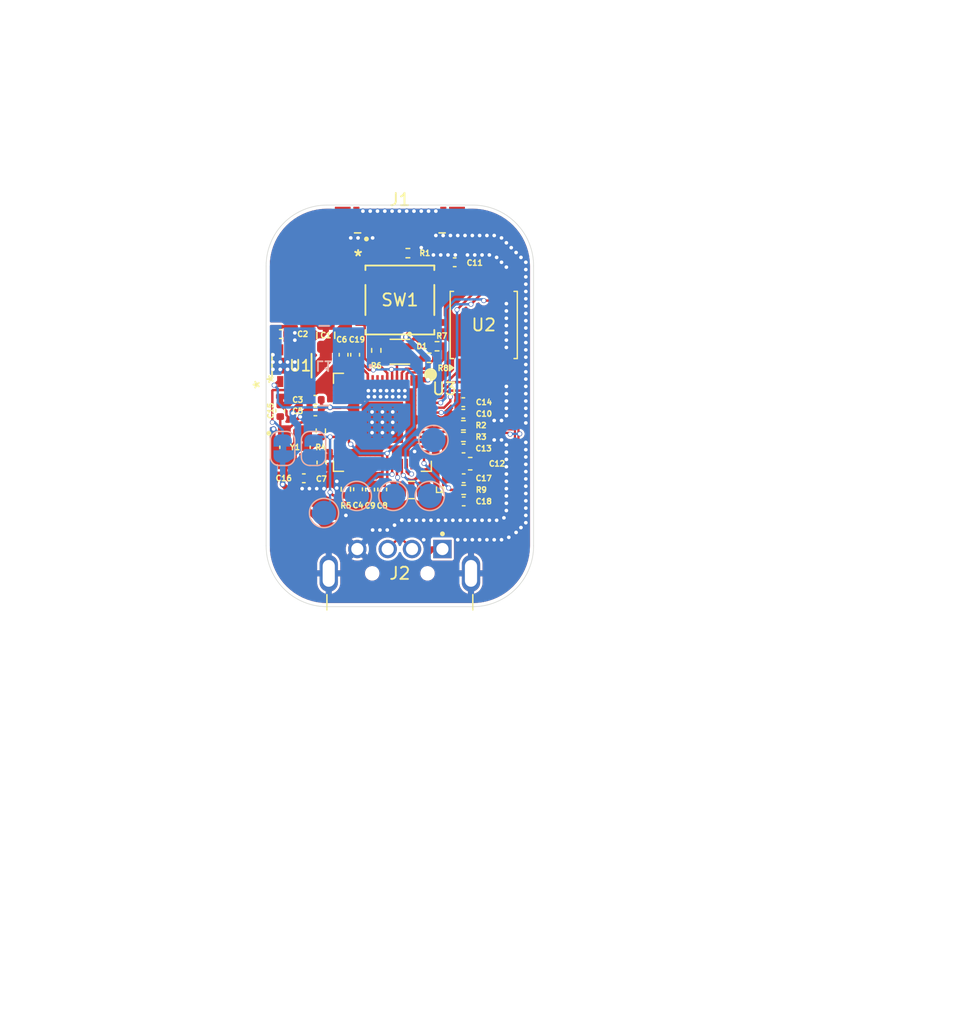
<source format=kicad_pcb>
(kicad_pcb (version 20241229) (generator "pcbnew") (generator_version "9.0")
  (title_block (title "Homemade FIDO Key") (date "2025-07-30") (rev "v2"))
  (layers (0 "F.Cu" signal) (2 "B.Cu" signal) (13 "F.Paste" user) (15 "B.Paste" user) (5 "F.SilkS" user "F.Silkscreen") (7 "B.SilkS" user "B.Silkscreen") (1 "F.Mask" user) (3 "B.Mask" user) (25 "Edge.Cuts" user))
  (net 0 "")
  (net 1 "VBUS")
  (net 2 "GND")
  (net 3 "Net-(U1-SW)")
  (net 4 "Net-(U1-BST)")
  (net 5 "+3.3V")
  (net 6 "/XIN")
  (net 7 "Net-(C16-Pad2)")
  (net 8 "/VREG_AVDD")
  (net 9 "+1V1")
  (net 10 "Net-(D1-Pad1)")
  (net 11 "Net-(D1-Pad4)")
  (net 12 "Net-(D1-Pad2)")
  (net 16 "/USB_D-")
  (net 18 "Net-(J1-CC1)")
  (net 19 "/USB_D+")
  (net 20 "Net-(JP1-B)")
  (net 21 "/VREG_LX")
  (net 22 "/LUSB_D+")
  (net 23 "/LUSB_D-")
  (net 24 "/XOUT")
  (net 25 "Net-(JP2-B)")
  (net 26 "Net-(U3-GPIO26_ADC0)")
  (net 27 "Net-(U3-GPIO27_ADC1)")
  (net 28 "Net-(U3-GPIO28_ADC2)")
  (net 29 "Net-(U3-GPIO29_ADC3)")
  (net 30 "/QSPI_SS")
  (net 31 "/QSPI_SD3")
  (net 32 "/QSPI_SD2")
  (net 33 "/QSPI_SD1")
  (net 34 "/QSPI_SCLK")
  (net 35 "/QSPI_SD0")
  (net 56 "Net-(U3-GPIO1)")
  (net 57 "Net-(U3-GPIO2)")
  (net 58 "Net-(U3-GPIO3)")
  (net 63 "Net-(U3-GPIO4)")
  (footprint "Resistor_SMD:R_0402_1005Metric" (layer "F.Cu") (at 96.25 103.4 180)
    (property "Reference" "R9")
    (property "Value" "33")
  )
  (footprint "UP20_C_F_G_FL_1_P12_TR:SAMESKY_UP20-C-F-G-FL-1-P12-TR" (layer "F.Cu") (at 91 81.1875 180)
    (property "Reference" "J1")
    (property "Value" "UP20-C-F-G-FL-1-P12-TR")
  )
  (footprint "Capacitor_SMD:C_0402_1005Metric" (layer "F.Cu") (at 87.32 92.3 -90)
    (property "Reference" "C19")
    (property "Value" "4.7u")
  )
  (footprint "Resistor_SMD:R_0402_1005Metric" (layer "F.Cu") (at 93.41 92.55 180)
    (property "Reference" "R8")
    (property "Value" "33")
  )
  (footprint "PTS526_SM15_SMTR2_LFS:SON4_PTS526 SM15 SMTR2 LFS_CNK" (layer "F.Cu") (at 91 87.8)
    (property "Reference" "SW1")
    (property "Value" "SW_Push")
  )
  (footprint "Resistor_SMD:R_0402_1005Metric" (layer "F.Cu") (at 86.56 103.35 -90)
    (property "Reference" "R5")
    (property "Value" "10k")
  )
  (footprint "Capacitor_SMD:C_0402_1005Metric" (layer "F.Cu") (at 96.2175 96.2 180)
    (property "Reference" "C14")
    (property "Value" "100n")
  )
  (footprint "Capacitor_SMD:C_0402_1005Metric" (layer "F.Cu") (at 86.37 92.3 -90)
    (property "Reference" "C6")
    (property "Value" "100n")
  )
  (footprint "Resistor_SMD:R_0402_1005Metric" (layer "F.Cu") (at 96.2275 98.1 180)
    (property "Reference" "R2")
    (property "Value" "27")
  )
  (footprint "Capacitor_SMD:C_0402_1005Metric" (layer "F.Cu") (at 88.55 103.38 90)
    (property "Reference" "C9")
    (property "Value" "100n")
  )
  (footprint "Resistor_SMD:R_0402_1005Metric" (layer "F.Cu") (at 89.06 91.94 90)
    (property "Reference" "R6")
    (property "Value" "147")
  )
  (footprint "Inductor_SMD:L_0805_2012Metric_Pad1.15x1.40mm_HandSolder" (layer "F.Cu") (at 91.95 103.41)
    (property "Reference" "L2")
    (property "Value" "AOTA-B201610S3R3-101-T")
  )
  (footprint "Capacitor_SMD:C_0402_1005Metric" (layer "F.Cu") (at 96.2375 100 180)
    (property "Reference" "C13")
    (property "Value" "4.7u")
  )
  (footprint "B38G3RGB_10D0003H2U1930:LED_B38G3RGB-10D0003H2U1930" (layer "F.Cu") (at 91 92.05 -90)
    (property "Reference" "D1")
    (property "Value" "B38G3RGB-10D0003H2U1930")
  )
  (footprint "Capacitor_SMD:C_0402_1005Metric" (layer "F.Cu") (at 96.25 102.45 180)
    (property "Reference" "C17")
    (property "Value" "4.7u")
  )
  (footprint "Capacitor_SMD:C_0402_1005Metric" (layer "F.Cu") (at 84.05 96.95)
    (property "Reference" "C5")
    (property "Value" "100n")
  )
  (footprint "RP2350_KiCad:RP2350A_QFN-60_EP_7.75x7.75_Pitch0.4mm" (layer "F.Cu") (at 89.5625 97.85 -90)
    (property "Reference" "U3")
    (property "Value" "RP2350A-QFN60")
  )
  (footprint "Capacitor_SMD:C_0603_1608Metric" (layer "F.Cu") (at 96.7875 101.25 180)
    (property "Reference" "C12")
    (property "Value" "22u")
  )
  (footprint "Capacitor_SMD:C_0402_1005Metric" (layer "F.Cu") (at 89.55 103.37 90)
    (property "Reference" "C8")
    (property "Value" "100n")
  )
  (footprint "Capacitor_SMD:C_0402_1005Metric" (layer "F.Cu") (at 81.16 96.9 -90)
    (property "Reference" "C15")
    (property "Value" "18p")
  )
  (footprint "Resistor_SMD:R_0402_1005Metric" (layer "F.Cu") (at 94.06 91.6 180)
    (property "Reference" "R7")
    (property "Value" "33")
  )
  (footprint "Capacitor_SMD:C_0402_1005Metric" (layer "F.Cu") (at 81.21 90.6)
    (property "Reference" "C2")
    (property "Value" "100n")
  )
  (footprint "Capacitor_SMD:C_0402_1005Metric" (layer "F.Cu") (at 84.05 96)
    (property "Reference" "C3")
    (property "Value" "1u")
  )
  (footprint "AP63203WU_7:AP63203WU-7_DIO" (layer "F.Cu") (at 82.109999 93.19825 90)
    (property "Reference" "U1")
    (property "Value" "AP63203WU-7")
  )
  (footprint "Resistor_SMD:R_0402_1005Metric" (layer "F.Cu") (at 91.66 83.95 180)
    (property "Reference" "R1")
    (property "Value" "5.1k")
  )
  (footprint "Capacitor_SMD:C_0402_1005Metric" (layer "F.Cu") (at 84.55 101.15 90)
    (property "Reference" "C7")
    (property "Value" "100n")
  )
  (footprint "Package_SO:SOIC-8_5.3x5.3mm_P1.27mm" (layer "F.Cu") (at 97.9 89.85 90)
    (property "Reference" "U2")
    (property "Value" "W25Q16JVSS")
  )
  (footprint "Capacitor_SMD:C_0402_1005Metric" (layer "F.Cu") (at 96.2175 97.15 180)
    (property "Reference" "C10")
    (property "Value" "100n")
  )
  (footprint "Capacitor_SMD:C_0402_1005Metric" (layer "F.Cu") (at 95.51 84.7)
    (property "Reference" "C11")
    (property "Value" "100n")
  )
  (footprint "Resistor_SMD:R_0402_1005Metric" (layer "F.Cu") (at 96.2275 99.05 180)
    (property "Reference" "R3")
    (property "Value" "27")
  )
  (footprint "Resistor_SMD:R_0402_1005Metric" (layer "F.Cu") (at 84.5 98.55 90)
    (property "Reference" "R4")
    (property "Value" "1k")
  )
  (footprint "Capacitor_SMD:C_0402_1005Metric" (layer "F.Cu") (at 96.25 104.35 180)
    (property "Reference" "C18")
    (property "Value" "4.7u")
  )
  (footprint "Capacitor_SMD:C_0402_1005Metric" (layer "F.Cu") (at 83.1 102.45)
    (property "Reference" "C16")
    (property "Value" "18p")
  )
  (footprint "Capacitor_SMD:C_0805_2012Metric" (layer "F.Cu") (at 84.91 90.7 -90)
    (property "Reference" "C1")
    (property "Value" "10u")
  )
  (footprint "ABM8_272_T3:XTAL_ABM8-272-T3" (layer "F.Cu") (at 82.375 99.9)
    (property "Reference" "Y1")
    (property "Value" "ABM8-272-T3")
  )
  (footprint "Capacitor_SMD:C_0402_1005Metric" (layer "F.Cu") (at 87.56 103.35 90)
    (property "Reference" "C4")
    (property "Value" "100n")
  )
  (footprint "UP2_AH_1_TH:CUI_UP2-AH-1-TH" (layer "F.Cu") (at 91 110.2625)
    (property "Reference" "J2")
    (property "Value" "UP2-AH-1-TH")
  )
  (footprint "HPC6045NC-4R7M:IND_HPC6045NC_TTA" (layer "B.Cu") (at 84.7756 93.2 180)
    (property "Reference" "L1")
    (property "Value" "4.7u")
  )
  (footprint "TestPoint:TestPoint_Pad_D2.0mm" (layer "B.Cu") (at 87.46 103.9)
    (property "Reference" "TP2" (hide yes))
    (property "Value" "TestPoint")
  )
  (footprint "TestPoint:TestPoint_Pad_D2.0mm" (layer "B.Cu") (at 93.76 99.3)
    (property "Reference" "TP5" (hide yes))
    (property "Value" "TestPoint")
  )
  (footprint "TestPoint:TestPoint_Pad_D2.0mm" (layer "B.Cu") (at 84.76 105.3)
    (property "Reference" "TP1" (hide yes))
    (property "Value" "TestPoint")
  )
  (footprint "TestPoint:TestPoint_Pad_D2.0mm" (layer "B.Cu") (at 90.46 103.9)
    (property "Reference" "TP3" (hide yes))
    (property "Value" "TestPoint")
  )
  (footprint "Jumper:SolderJumper-2_P1.3mm_Bridged_RoundedPad1.0x1.5mm" (layer "B.Cu") (at 81.36 100 90)
    (property "Reference" "JP1" (hide yes))
    (property "Value" "SolderJumper_2_Bridged")
  )
  (footprint "TestPoint:TestPoint_Pad_D2.0mm" (layer "B.Cu") (at 93.46 103.9)
    (property "Reference" "TP4" (hide yes))
    (property "Value" "TestPoint")
  )
  (footprint "Jumper:SolderJumper-2_P1.3mm_Open_RoundedPad1.0x1.5mm" (layer "B.Cu") (at 83.9 100 90)
    (property "Reference" "JP2" (hide yes))
    (property "Value" "SolderJumper_2_Open")
  )
  (gr_arc (start 80 85) (mid 81.464466 81.464466) (end 85 80) (stroke (width 0.05)) (layer "Edge.Cuts"))
  (gr_arc (start 85 113) (mid 81.464466 111.535534) (end 80 108) (stroke (width 0.05)) (layer "Edge.Cuts"))
  (gr_arc (start 102 108) (mid 100.535534 111.535534) (end 97 113) (stroke (width 0.05)) (layer "Edge.Cuts"))
  (gr_line (start 80 85) (end 80 108) (stroke (width 0.05)) (layer "Edge.Cuts"))
  (gr_line (start 102 108) (end 102 85) (stroke (width 0.05)) (layer "Edge.Cuts"))
  (gr_line (start 97 113) (end 85 113) (stroke (width 0.05)) (layer "Edge.Cuts"))
  (gr_line (start 85 80) (end 97 80) (stroke (width 0.05)) (layer "Edge.Cuts"))
  (gr_arc (start 97 80) (mid 100.535534 81.464466) (end 102 85) (stroke (width 0.05)) (layer "Edge.Cuts"))
  (segment (start 92.431273 109.5) (end 93.668773 108.2625) (width 0.45) (layer "F.Cu") (net 1))
  (segment (start 82.739999 96.455413) (end 82.739999 94.820001) (width 0.55) (layer "F.Cu") (net 1))
  (segment (start 88.81 108.741273) (end 89.568727 109.5) (width 0.45) (layer "F.Cu") (net 1))
  (segment (start 91.75 81.6375) (end 91.75 82.41) (width 0.3) (layer "F.Cu") (net 1))
  (segment (start 82.202706 96.992706) (end 82.739999 96.455413) (width 0.55) (layer "F.Cu") (net 1))
  (segment (start 82.202706 97.1004) (end 82.202706 96.992706) (width 0.55) (layer "F.Cu") (net 1))
  (segment (start 86.56 84.6) (end 86.56 90.035424) (width 1) (layer "F.Cu") (net 1))
  (segment (start 91.75 82.4885) (end 91.3385 82.9) (width 0.5) (layer "F.Cu") (net 1))
  (segment (start 84.71 106.3) (end 87.21 106.3) (width 0.45) (layer "F.Cu") (net 1))
  (segment (start 84.91 92.65) (end 83.06 94.5) (width 1) (layer "F.Cu") (net 1))
  (segment (start 87.46 83.7) (end 86.56 84.6) (width 1) (layer "F.Cu") (net 1))
  (segment (start 89.75 81.6375) (end 89.75 82.44) (width 0.3) (layer "F.Cu") (net 1))
  (segment (start 86.56 90.035424) (end 84.945424 91.65) (width 1) (layer "F.Cu") (net 1))
  (segment (start 90.21 82.9) (end 89.41 83.7) (width 1) (layer "F.Cu") (net 1))
  (segment (start 91.3385 82.9) (end 90.21 82.9) (width 0.5) (layer "F.Cu") (net 1))
  (segment (start 93.668773 108.2625) (end 94.5 108.2625) (width 0.45) (layer "F.Cu") (net 1))
  (segment (start 89.75 82.44) (end 90.21 82.9) (width 0.5) (layer "F.Cu") (net 1))
  (segment (start 89.568727 109.5) (end 92.431273 109.5) (width 0.45) (layer "F.Cu") (net 1))
  (segment (start 87.21 106.3) (end 88.81 107.9) (width 0.45) (layer "F.Cu") (net 1))
  (segment (start 82.739999 94.820001) (end 83.06 94.5) (width 0.55) (layer "F.Cu") (net 1))
  (segment (start 88.81 107.9) (end 88.81 108.741273) (width 0.45) (layer "F.Cu") (net 1))
  (segment (start 89.41 83.7) (end 87.46 83.7) (width 1) (layer "F.Cu") (net 1))
  (segment (start 84.945424 91.65) (end 84.91 91.65) (width 1) (layer "F.Cu") (net 1))
  (segment (start 81.36 102.95) (end 84.71 106.3) (width 0.45) (layer "F.Cu") (net 1))
  (segment (start 84.91 91.65) (end 84.91 92.65) (width 1) (layer "F.Cu") (net 1))
  (via (at 82.202706 97.1004) (size 0.55) (drill 0.3) (layers "F.Cu" "B.Cu") (net 1))
  (via (at 81.36 102.95) (size 0.45) (drill 0.3) (layers "F.Cu" "B.Cu") (net 1))
  (segment (start 82.01 100.65) (end 81.36 100.65) (width 0.55) (layer "B.Cu") (net 1))
  (segment (start 82.61 100.05) (end 82.01 100.65) (width 0.55) (layer "B.Cu") (net 1))
  (segment (start 82.61 98.1) (end 82.61 100.05) (width 0.55) (layer "B.Cu") (net 1))
  (segment (start 81.36 102.95) (end 81.36 100.65) (width 0.45) (layer "B.Cu") (net 1))
  (segment (start 82.202706 97.692706) (end 82.202706 97.1004) (width 0.55) (layer "B.Cu") (net 1))
  (segment (start 82.61 98.1) (end 82.202706 97.692706) (width 0.55) (layer "B.Cu") (net 1))
  (segment (start 81.671 97.261) (end 81.671 96.931) (width 0.2) (layer "F.Cu") (net 2))
  (segment (start 82.81 97.4) (end 82.6336 97.5764) (width 0.2) (layer "F.Cu") (net 2))
  (segment (start 93 100.25) (end 92.21 100.25) (width 0.2) (layer "F.Cu") (net 2))
  (segment (start 81.671 96.931) (end 81.16 96.42) (width 0.2) (layer "F.Cu") (net 2))
  (segment (start 86.34 91.82) (end 85.91 92.25) (width 0.3) (layer "F.Cu") (net 2))
  (segment (start 86.37 91.82) (end 86.34 91.82) (width 0.3) (layer "F.Cu") (net 2))
  (segment (start 82.6336 97.5764) (end 81.9864 97.5764) (width 0.2) (layer "F.Cu") (net 2))
  (segment (start 87.32 91.82) (end 86.37 91.82) (width 0.3) (layer "F.Cu") (net 2))
  (segment (start 81.9864 97.5764) (end 81.671 97.261) (width 0.2) (layer "F.Cu") (net 2))
  (via (at 101.36 99.5) (size 0.45) (drill 0.3) (layers "F.Cu" "B.Cu") (net 2))
  (via (at 92.76 83.5) (size 0.45) (drill 0.3) (layers "F.Cu" "B.Cu") (net 2))
  (via (at 98.96 105.9) (size 0.45) (drill 0.3) (layers "F.Cu" "B.Cu") (net 2))
  (via (at 99.76 97.3) (size 0.45) (drill 0.3) (layers "F.Cu" "B.Cu") (net 2))
  (via (at 101.36 89.5) (size 0.45) (drill 0.3) (layers "F.Cu" "B.Cu") (net 2))
  (via (at 96.36 82.5) (size 0.45) (drill 0.3) (layers "F.Cu" "B.Cu") (net 2))
  (via (at 82.96 103.3) (size 0.45) (drill 0.3) (layers "F.Cu" "B.Cu") (net 2))
  (via (at 82.81 97.4) (size 0.4) (drill 0.3) (layers "F.Cu" "B.Cu") (net 2))
  (via (at 95.16 82.5) (size 0.45) (drill 0.3) (layers "F.Cu" "B.Cu") (net 2))
  (via (at 94.76 105.9) (size 0.45) (drill 0.3) (layers "F.Cu" "B.Cu") (net 2))
  (via (at 99.36 82.7) (size 0.45) (drill 0.3) (layers "F.Cu" "B.Cu") (net 2))
  (via (at 85.81 102.7) (size 0.45) (drill 0.3) (layers "F.Cu" "B.Cu") (net 2))
  (via (at 94.36 84.1) (size 0.45) (drill 0.3) (layers "F.Cu" "B.Cu") (net 2))
  (via (at 92.76 80.5) (size 0.45) (drill 0.3) (layers "F.Cu" "B.Cu") (net 2))
  (via (at 99.76 95.5) (size 0.45) (drill 0.3) (layers "F.Cu" "B.Cu") (net 2))
  (via (at 99.76 96.1) (size 0.45) (drill 0.3) (layers "F.Cu" "B.Cu") (net 2))
  (via (at 101.36 91.3) (size 0.45) (drill 0.3) (layers "F.Cu" "B.Cu") (net 2))
  (via (at 90.56 106.3) (size 0.45) (drill 0.3) (layers "F.Cu" "B.Cu") (net 2))
  (via (at 84.76 103.3) (size 0.45) (drill 0.3) (layers "F.Cu" "B.Cu") (net 2))
  (via (at 100.96 106.5) (size 0.45) (drill 0.3) (layers "F.Cu" "B.Cu") (net 2))
  (via (at 95.56 84.1) (size 0.45) (drill 0.3) (layers "F.Cu" "B.Cu") (net 2))
  (via (at 98.16 107.5) (size 0.45) (drill 0.3) (layers "F.Cu" "B.Cu") (net 2))
  (via (at 101.36 102.5) (size 0.45) (drill 0.3) (layers "F.Cu" "B.Cu") (net 2))
  (via (at 89.96 106.7) (size 0.45) (drill 0.3) (layers "F.Cu" "B.Cu") (net 2))
  (via (at 101.36 94.9) (size 0.45) (drill 0.3) (layers "F.Cu" "B.Cu") (net 2))
  (via (at 101.36 90.7) (size 0.45) (drill 0.3) (layers "F.Cu" "B.Cu") (net 2))
  (via (at 101.36 103.1) (size 0.45) (drill 0.3) (layers "F.Cu" "B.Cu") (net 2))
  (via (at 97.16 105.9) (size 0.45) (drill 0.3) (layers "F.Cu" "B.Cu") (net 2))
  (via (at 101.36 88.3) (size 0.45) (drill 0.3) (layers "F.Cu" "B.Cu") (net 2))
  (via (at 99.56 105.7) (size 0.45) (drill 0.3) (layers "F.Cu" "B.Cu") (net 2))
  (via (at 99.76 88.7) (size 0.45) (drill 0.3) (layers "F.Cu" "B.Cu") (net 2))
  (via (at 101.36 104.9) (size 0.45) (drill 0.3) (layers "F.Cu" "B.Cu") (net 2))
  (via (at 101.36 84.7) (size 0.45) (drill 0.3) (layers "F.Cu" "B.Cu") (net 2))
  (via (at 80.61 98.4) (size 0.45) (drill 0.3) (layers "F.Cu" "B.Cu") (net 2))
  (via (at 98.96 84.3) (size 0.45) (drill 0.3) (layers "F.Cu" "B.Cu") (net 2))
  (via (at 101.36 87.1) (size 0.45) (drill 0.3) (layers "F.Cu" "B.Cu") (net 2))
  (via (at 99.36 99.3) (size 0.45) (drill 0.3) (layers "F.Cu" "B.Cu") (net 2))
  (via (at 89.76 80.5) (size 0.45) (drill 0.3) (layers "F.Cu" "B.Cu") (net 2))
  (via (at 101.36 94.3) (size 0.45) (drill 0.3) (layers "F.Cu" "B.Cu") (net 2))
  (via (at 99.76 103.9) (size 0.45) (drill 0.3) (layers "F.Cu" "B.Cu") (net 2))
  (via (at 98.16 82.5) (size 0.45) (drill 0.3) (layers "F.Cu" "B.Cu") (net 2))
  (via (at 100.96 84.3) (size 0.45) (drill 0.3) (layers "F.Cu" "B.Cu") (net 2))
  (via (at 89.16 80.5) (size 0.45) (drill 0.3) (layers "F.Cu" "B.Cu") (net 2))
  (via (at 99.76 100.9) (size 0.45) (drill 0.3) (layers "F.Cu" "B.Cu") (net 2))
  (via (at 83.56 103.3) (size 0.45) (drill 0.3) (layers "F.Cu" "B.Cu") (net 2))
  (via (at 97.56 82.5) (size 0.45) (drill 0.3) (layers "F.Cu" "B.Cu") (net 2))
  (via (at 99.76 102.1) (size 0.45) (drill 0.3) (layers "F.Cu" "B.Cu") (net 2))
  (via (at 92.21 100.25) (size 0.45) (drill 0.3) (layers "F.Cu" "B.Cu") (net 2))
  (via (at 96.36 107.5) (size 0.45) (drill 0.3) (layers "F.Cu" "B.Cu") (net 2))
  (via (at 101.36 90.1) (size 0.45) (drill 0.3) (layers "F.Cu" "B.Cu") (net 2))
  (via (at 96.56 84.1) (size 0.45) (drill 0.3) (layers "F.Cu" "B.Cu") (net 2))
  (via (at 93.56 105.9) (size 0.45) (drill 0.3) (layers "F.Cu" "B.Cu") (net 2))
  (via (at 88.76 106.7) (size 0.45) (drill 0.3) (layers "F.Cu" "B.Cu") (net 2))
  (via (at 89.36 106.7) (size 0.45) (drill 0.3) (layers "F.Cu" "B.Cu") (net 2))
  (via (at 93.76 84.1) (size 0.45) (drill 0.3) (layers "F.Cu" "B.Cu") (net 2))
  (via (at 90.36 80.5) (size 0.45) (drill 0.3) (layers "F.Cu" "B.Cu") (net 2))
  (via (at 98.36 105.9) (size 0.45) (drill 0.3) (layers "F.Cu" "B.Cu") (net 2))
  (via (at 98.36 84.1) (size 0.45) (drill 0.3) (layers "F.Cu" "B.Cu") (net 2))
  (via (at 101.36 103.7) (size 0.45) (drill 0.3) (layers "F.Cu" "B.Cu") (net 2))
  (via (at 91.16 105.9) (size 0.45) (drill 0.3) (layers "F.Cu" "B.Cu") (net 2))
  (via (at 101.36 88.9) (size 0.45) (drill 0.3) (layers "F.Cu" "B.Cu") (net 2))
  (via (at 93.96 80.5) (size 0.45) (drill 0.3) (layers "F.Cu" "B.Cu") (net 2))
  (via (at 99.76 90.5) (size 0.45) (drill 0.3) (layers "F.Cu" "B.Cu") (net 2))
  (via (at 99.76 105.1) (size 0.45) (drill 0.3) (layers "F.Cu" "B.Cu") (net 2))
  (via (at 99.76 104.5) (size 0.45) (drill 0.3) (layers "F.Cu" "B.Cu") (net 2))
  (via (at 99.36 97.7) (size 0.45) (drill 0.3) (layers "F.Cu" "B.Cu") (net 2))
  (via (at 97.16 84.1) (size 0.45) (drill 0.3) (layers "F.Cu" "B.Cu") (net 2))
  (via (at 101.36 96.1) (size 0.45) (drill 0.3) (layers "F.Cu" "B.Cu") (net 2))
  (via (at 99.76 89.3) (size 0.45) (drill 0.3) (layers "F.Cu" "B.Cu") (net 2))
  (via (at 90.96 80.5) (size 0.45) (drill 0.3) (layers "F.Cu" "B.Cu") (net 2))
  (via (at 99.76 91.1) (size 0.45) (drill 0.3) (layers "F.Cu" "B.Cu") (net 2))
  (via (at 101.36 96.7) (size 0.45) (drill 0.3) (layers "F.Cu" "B.Cu") (net 2))
  (via (at 101.36 97.3) (size 0.45) (drill 0.3) (layers "F.Cu" "B.Cu") (net 2))
  (via (at 98.76 99.3) (size 0.45) (drill 0.3) (layers "F.Cu" "B.Cu") (net 2))
  (via (at 93.36 80.5) (size 0.45) (drill 0.3) (layers "F.Cu" "B.Cu") (net 2))
  (via (at 93.96 82.5) (size 0.45) (drill 0.3) (layers "F.Cu" "B.Cu") (net 2))
  (via (at 97.76 84.1) (size 0.45) (drill 0.3) (layers "F.Cu" "B.Cu") (net 2))
  (via (at 92.16 80.5) (size 0.45) (drill 0.3) (layers "F.Cu" "B.Cu") (net 2))
  (via (at 101.36 86.5) (size 0.45) (drill 0.3) (layers "F.Cu" "B.Cu") (net 2))
  (via (at 87.56 82.7) (size 0.45) (drill 0.3) (layers "F.Cu" "B.Cu") (net 2))
  (via (at 87.96 80.5) (size 0.45) (drill 0.3) (layers "F.Cu" "B.Cu") (net 2))
  (via (at 95.36 105.9) (size 0.45) (drill 0.3) (layers "F.Cu" "B.Cu") (net 2))
  (via (at 99.76 100.3) (size 0.45) (drill 0.3) (layers "F.Cu" "B.Cu") (net 2))
  (via (at 98.76 107.5) (size 0.45) (drill 0.3) (layers "F.Cu" "B.Cu") (net 2))
  (via (at 95.96 105.9) (size 0.45) (drill 0.3) (layers "F.Cu" "B.Cu") (net 2))
  (via (at 99.76 88.1) (size 0.45) (drill 0.3) (layers "F.Cu" "B.Cu") (net 2))
  (via (at 101.36 93.7) (size 0.45) (drill 0.3) (layers "F.Cu" "B.Cu") (net 2))
  (via (at 99.96 107.3) (size 0.45) (drill 0.3) (layers "F.Cu" "B.Cu") (net 2))
  (via (at 98.76 82.5) (size 0.45) (drill 0.3) (layers "F.Cu" "B.Cu") (net 2))
  (via (at 101.36 91.9) (size 0.45) (drill 0.3) (layers "F.Cu" "B.Cu") (net 2))
  (via (at 99.76 94.9) (size 0.45) (drill 0.3) (layers "F.Cu" "B.Cu") (net 2))
  (via (at 99.36 84.7) (size 0.45) (drill 0.3) (layers "F.Cu" "B.Cu") (net 2))
  (via (at 101.36 92.5) (size 0.45) (drill 0.3) (layers "F.Cu" "B.Cu") (net 2))
  (via (at 99.76 91.7) (size 0.45) (drill 0.3) (layers "F.Cu" "B.Cu") (net 2))
  (via (at 101.36 105.5) (size 0.45) (drill 0.3) (layers "F.Cu" "B.Cu") (net 2))
  (via (at 88.56 80.5) (size 0.45) (drill 0.3) (layers "F.Cu" "B.Cu") (net 2))
  (via (at 99.76 101.5) (size 0.45) (drill 0.3) (layers "F.Cu" "B.Cu") (net 2))
  (via (at 100.16 83.5) (size 0.45) (drill 0.3) (layers "F.Cu" "B.Cu") (net 2))
  (via (at 99.76 83.1) (size 0.45) (drill 0.3) (layers "F.Cu" "B.Cu") (net 2))
  (via (at 92.36 105.9) (size 0.45) (drill 0.3) (layers "F.Cu" "B.Cu") (net 2))
  (via (at 95.76 107.5) (size 0.45) (drill 0.3) (layers "F.Cu" "B.Cu") (net 2))
  (via (at 99.76 103.3) (size 0.45) (drill 0.3) (layers "F.Cu" "B.Cu") (net 2))
  (via (at 94.56 82.5) (size 0.45) (drill 0.3) (layers "F.Cu" "B.Cu") (net 2))
  (via (at 101.36 93.1) (size 0.45) (drill 0.3) (layers "F.Cu" "B.Cu") (net 2))
  (via (at 101.36 87.7) (size 0.45) (drill 0.3) (layers "F.Cu" "B.Cu") (net 2))
  (via (at 101.36 85.3) (size 0.45) (drill 0.3) (layers "F.Cu" "B.Cu") (net 2))
  (via (at 101.36 106.1) (size 0.45) (drill 0.3) (layers "F.Cu" "B.Cu") (net 2))
  (via (at 95.76 82.5) (size 0.45) (drill 0.3) (layers "F.Cu" "B.Cu") (net 2))
  (via (at 100.56 106.9) (size 0.45) (drill 0.3) (layers "F.Cu" "B.Cu") (net 2))
  (via (at 101.36 100.7) (size 0.45) (drill 0.3) (layers "F.Cu" "B.Cu") (net 2))
  (via (at 101.36 104.3) (size 0.45) (drill 0.3) (layers "F.Cu" "B.Cu") (net 2))
  (via (at 94.96 84.1) (size 0.45) (drill 0.3) (layers "F.Cu" "B.Cu") (net 2))
  (via (at 86.56 105.5) (size 0.45) (drill 0.3) (layers "F.Cu" "B.Cu") (net 2))
  (via (at 99.76 85.1) (size 0.45) (drill 0.3) (layers "F.Cu" "B.Cu") (net 2))
  (via (at 91.76 105.9) (size 0.45) (drill 0.3) (layers "F.Cu" "B.Cu") (net 2))
  (via (at 100.56 83.9) (size 0.45) (drill 0.3) (layers "F.Cu" "B.Cu") (net 2))
  (via (at 94.16 105.9) (size 0.45) (drill 0.3) (layers "F.Cu" "B.Cu") (net 2))
  (via (at 86.96 82.7) (size 0.45) (drill 0.3) (layers "F.Cu" "B.Cu") (net 2))
  (via (at 101.36 101.3) (size 0.45) (drill 0.3) (layers "F.Cu" "B.Cu") (net 2))
  (via (at 101.36 101.9) (size 0.45) (drill 0.3) (layers "F.Cu" "B.Cu") (net 2))
  (via (at 101.36 100.1) (size 0.45) (drill 0.3) (layers "F.Cu" "B.Cu") (net 2))
  (via (at 101.36 85.9) (size 0.45) (drill 0.3) (layers "F.Cu" "B.Cu") (net 2))
  (via (at 98.76 97.7) (size 0.45) (drill 0.3) (layers "F.Cu" "B.Cu") (net 2))
  (via (at 99.76 99.7) (size 0.45) (drill 0.3) (layers "F.Cu" "B.Cu") (net 2))
  (via (at 99.76 102.7) (size 0.45) (drill 0.3) (layers "F.Cu" "B.Cu") (net 2))
  (via (at 99.76 96.7) (size 0.45) (drill 0.3) (layers "F.Cu" "B.Cu") (net 2))
  (via (at 96.56 105.9) (size 0.45) (drill 0.3) (layers "F.Cu" "B.Cu") (net 2))
  (via (at 92.96 107.5) (size 0.45) (drill 0.3) (layers "F.Cu" "B.Cu") (net 2))
  (via (at 97.76 105.9) (size 0.45) (drill 0.3) (layers "F.Cu" "B.Cu") (net 2))
  (via (at 99.76 89.9) (size 0.45) (drill 0.3) (layers "F.Cu" "B.Cu") (net 2))
  (via (at 91.56 80.5) (size 0.45) (drill 0.3) (layers "F.Cu" "B.Cu") (net 2))
  (via (at 99.36 107.5) (size 0.45) (drill 0.3) (layers "F.Cu" "B.Cu") (net 2))
  (via (at 101.36 95.5) (size 0.45) (drill 0.3) (layers "F.Cu" "B.Cu") (net 2))
  (via (at 97.56 107.5) (size 0.45) (drill 0.3) (layers "F.Cu" "B.Cu") (net 2))
  (via (at 101.36 97.9) (size 0.45) (drill 0.3) (layers "F.Cu" "B.Cu") (net 2))
  (via (at 85.81 103.25) (size 0.45) (drill 0.3) (layers "F.Cu" "B.Cu") (net 2))
  (via (at 96.96 107.5) (size 0.45) (drill 0.3) (layers "F.Cu" "B.Cu") (net 2))
  (via (at 96.96 82.5) (size 0.45) (drill 0.3) (layers "F.Cu" "B.Cu") (net 2))
  (via (at 88.76 82.7) (size 0.45) (drill 0.3) (layers "F.Cu" "B.Cu") (net 2))
  (via (at 92.96 105.9) (size 0.45) (drill 0.3) (layers "F.Cu" "B.Cu") (net 2))
  (via (at 84.16 103.3) (size 0.45) (drill 0.3) (layers "F.Cu" "B.Cu") (net 2))
  (via (at 82.36 91.1) (size 0.45) (drill 0.3) (layers "F.Cu" "B.Cu") (net 3))
  (via (at 82.36 92.9) (size 0.45) (drill 0.3) (layers "F.Cu" "B.Cu") (net 3))
  (via (at 82.36 90.5) (size 0.45) (drill 0.3) (layers "F.Cu" "B.Cu") (net 3))
  (via (at 82.36 93.5) (size 0.45) (drill 0.3) (layers "F.Cu" "B.Cu") (net 3))
  (via (at 81.16 92.9) (size 0.45) (drill 0.3) (layers "F.Cu" "B.Cu") (net 3))
  (via (at 81.16 93.5) (size 0.45) (drill 0.3) (layers "F.Cu" "B.Cu") (net 3))
  (via (at 80.56 93.5) (size 0.45) (drill 0.3) (layers "F.Cu" "B.Cu") (net 3))
  (via (at 80.56 92.3) (size 0.45) (drill 0.3) (layers "F.Cu" "B.Cu") (net 3))
  (via (at 81.76 93.5) (size 0.45) (drill 0.3) (layers "F.Cu" "B.Cu") (net 3))
  (via (at 80.56 92.9) (size 0.45) (drill 0.3) (layers "F.Cu" "B.Cu") (net 3))
  (via (at 81.76 92.9) (size 0.45) (drill 0.3) (layers "F.Cu" "B.Cu") (net 3))
  (segment (start 80.73 90.6) (end 80.73 91.466502) (width 0.3) (layer "F.Cu") (net 4))
  (segment (start 80.73 91.466502) (end 81.159998 91.8965) (width 0.3) (layer "F.Cu") (net 4))
  (segment (start 85.283637 96.65) (end 85.259037 96.6254) (width 0.2) (layer "F.Cu") (net 5))
  (segment (start 94.180349 89.649999) (end 94.180349 85.950001) (width 0.45) (layer "F.Cu") (net 5))
  (segment (start 84.83 96.65) (end 86.125 96.65) (width 0.2) (layer "F.Cu") (net 5))
  (segment (start 89.5625 101.9375) (end 89.5625 101.75) (width 0.2) (layer "F.Cu") (net 5))
  (segment (start 91.504 90.844) (end 90.96 91.388) (width 0.2) (layer "F.Cu") (net 5))
  (segment (start 95.995 84.705) (end 95.99 84.7) (width 0.45) (layer "F.Cu") (net 5))
  (segment (start 92.3625 94.4125) (end 92.3625 94.9475) (width 0.2) (layer "F.Cu") (net 5))
  (segment (start 86.125 100.65) (end 85.4 100.65) (width 0.2) (layer "F.Cu") (net 5))
  (segment (start 88.3625 93.878178) (end 88.3625 94.4125) (width 0.2) (layer "F.Cu") (net 5))
  (segment (start 95.77 101.4925) (end 96.0125 101.25) (width 0.2) (layer "F.Cu") (net 5))
  (segment (start 91.858586 100.55) (end 91.56 100.55) (width 0.2) (layer "F.Cu") (net 5))
  (segment (start 93 99.45) (end 93.56 99.45) (width 0.2) (layer "F.Cu") (net 5))
  (segment (start 91.9625 100.653914) (end 91.858586 100.55) (width 0.2) (layer "F.Cu") (net 5))
  (segment (start 95.995 86.2625) (end 95.995 84.705) (width 0.45) (layer "F.Cu") (net 5))
  (segment (start 90.96 91.89) (end 90.35 92.5) (width 0.2) (layer "F.Cu") (net 5))
  (segment (start 89.5625 101.9375) (end 89.25 102.25) (width 0.2) (layer "F.Cu") (net 5))
  (segment (start 95.77 102.45) (end 95.77 101.4925) (width 0.2) (layer "F.Cu") (net 5))
  (segment (start 91.504 90.844) (end 92.698001 89.649999) (width 0.45) (layer "F.Cu") (net 5))
  (segment (start 89.5625 101.2875) (end 89.5625 100.5625) (width 0.2) (layer "F.Cu") (net 5))
  (segment (start 92.3625 94.9475) (end 92.06 95.25) (width 0.2) (layer "F.Cu") (net 5))
  (segment (start 89.5625 101.2875) (end 89.5625 101.9375) (width 0.2) (layer "F.Cu") (net 5))
  (segment (start 96.76 103.4) (end 96.72 103.4) (width 0.2) (layer "F.Cu") (net 5))
  (segment (start 94.180349 85.950001) (end 95.682501 85.950001) (width 0.45) (layer "F.Cu") (net 5))
  (segment (start 86.851 93.261) (end 87.745322 93.261) (width 0.2) (layer "F.Cu") (net 5))
  (segment (start 86.125 96.65) (end 85.283637 96.65) (width 0.2) (layer "F.Cu") (net 5))
  (segment (start 92.698001 89.649999) (end 94.180349 89.649999) (width 0.45) (layer "F.Cu") (net 5))
  (segment (start 90.96 91.388) (end 90.96 91.89) (width 0.2) (layer "F.Cu") (net 5))
  (segment (start 95.7375 97.15) (end 95.7375 96.2) (width 0.3) (layer "F.Cu") (net 5))
  (segment (start 96.76 103.35) (end 96.67 103.35) (width 0.2) (layer "F.Cu") (net 5))
  (segment (start 87.745322 93.261) (end 88.3625 93.878178) (width 0.2) (layer "F.Cu") (net 5))
  (segment (start 90.35 92.5) (end 90.2 92.5) (width 0.2) (layer "F.Cu") (net 5))
  (segment (start 93.31 94.35) (end 92.425 94.35) (width 0.45) (layer "F.Cu") (net 5))
  (segment (start 95.7575 100) (end 95.7575 100.995) (width 0.2) (layer "F.Cu") (net 5))
  (segment (start 86.37 92.78) (end 86.851 93.261) (width 0.2) (layer "F.Cu") (net 5))
  (segment (start 93.56 99.45) (end 93.71 99.3) (width 0.2) (layer "F.Cu") (net 5))
  (segment (start 89.5625 100.5625) (end 89.25 100.25) (width 0.2) (layer "F.Cu") (net 5))
  (segment (start 81.159998 94.5) (end 80.96 94.5) (width 0.2) (layer "F.Cu") (net 5))
  (segment (start 80.96 94.5) (end 80.66 94.8) (width 0.2) (layer "F.Cu") (net 5))
  (segment (start 84.53 96.35) (end 84.83 96.65) (width 0.2) (layer "F.Cu") (net 5))
  (segment (start 92.425 94.35) (end 92.3625 94.4125) (width 0.2) (layer "F.Cu") (net 5))
  (segment (start 95.7575 100.995) (end 96.0125 101.25) (width 0.2) (layer "F.Cu") (net 5))
  (segment (start 93 99.45) (end 92.4 99.45) (width 0.2) (layer "F.Cu") (net 5))
  (segment (start 91.9625 101.2875) (end 91.9625 100.653914) (width 0.2) (layer "F.Cu") (net 5))
  (segment (start 84.53 96.95) (end 84.83 96.65) (width 0.2) (layer "F.Cu") (net 5))
  (segment (start 96.72 103.4) (end 95.77 102.45) (width 0.2) (layer "F.Cu") (net 5))
  (segment (start 95.682501 85.950001) (end 95.995 86.2625) (width 0.45) (layer "F.Cu") (net 5))
  (segment (start 84.53 96) (end 84.53 96.35) (width 0.2) (layer "F.Cu") (net 5))
  (segment (start 86.125 100.65) (end 86.76 100.65) (width 0.2) (layer "F.Cu") (net 5))
  (segment (start 86.76 100.65) (end 86.91 100.5) (width 0.2) (layer "F.Cu") (net 5))
  (via (at 91.41 95.75) (size 0.4) (drill 0.3) (layers "F.Cu" "B.Cu") (net 5))
  (via (at 90.41 95.75) (size 0.4) (drill 0.3) (layers "F.Cu" "B.Cu") (net 5))
  (via (at 89.91 95.75) (size 0.4) (drill 0.3) (layers "F.Cu" "B.Cu") (net 5))
  (via (at 88.41 95.75) (size 0.4) (drill 0.3) (layers "F.Cu" "B.Cu") (net 5))
  (via (at 88.41 95.25) (size 0.4) (drill 0.3) (layers "F.Cu" "B.Cu") (net 5))
  (via (at 88.91 95.25) (size 0.4) (drill 0.3) (layers "F.Cu" "B.Cu") (net 5))
  (via (at 93.31 94.35) (size 0.45) (drill 0.3) (layers "F.Cu" "B.Cu") (net 5))
  (via (at 80.66 94.8) (size 0.4) (drill 0.3) (layers "F.Cu" "B.Cu") (net 5))
  (via (at 88.91 95.75) (size 0.4) (drill 0.3) (layers "F.Cu" "B.Cu") (net 5))
  (via (at 91.41 95.25) (size 0.4) (drill 0.3) (layers "F.Cu" "B.Cu") (net 5))
  (via (at 85.259037 96.6254) (size 0.45) (drill 0.3) (layers "F.Cu" "B.Cu") (net 5))
  (via (at 91.504 90.844) (size 0.45) (drill 0.3) (layers "F.Cu" "B.Cu") (net 5))
  (via (at 90.41 95.25) (size 0.4) (drill 0.3) (layers "F.Cu" "B.Cu") (net 5))
  (via (at 90.91 95.75) (size 0.4) (drill 0.3) (layers "F.Cu" "B.Cu") (net 5))
  (via (at 90.91 95.25) (size 0.4) (drill 0.3) (layers "F.Cu" "B.Cu") (net 5))
  (via (at 89.41 95.25) (size 0.4) (drill 0.3) (layers "F.Cu" "B.Cu") (net 5))
  (via (at 89.41 95.75) (size 0.4) (drill 0.3) (layers "F.Cu" "B.Cu") (net 5))
  (via (at 89.91 95.25) (size 0.4) (drill 0.3) (layers "F.Cu" "B.Cu") (net 5))
  (segment (start 93.31 94.35) (end 93.31 92.65) (width 0.45) (layer "B.Cu") (net 5))
  (segment (start 88.41 96.007636) (end 88.41 95.75) (width 0.2) (layer "B.Cu") (net 5))
  (segment (start 80.66 94.8) (end 80.96 95.1) (width 0.2) (layer "B.Cu") (net 5))
  (segment (start 85.259037 96.6254) (end 85.184237 96.5506) (width 0.2) (layer "B.Cu") (net 5))
  (segment (start 93.31 92.65) (end 91.504 90.844) (width 0.45) (layer "B.Cu") (net 5))
  (segment (start 80.96 95.1) (end 80.96 96.238) (width 0.2) (layer "B.Cu") (net 5))
  (segment (start 85.259037 96.6254) (end 87.792236 96.6254) (width 0.2) (layer "B.Cu") (net 5))
  (segment (start 87.792236 96.6254) (end 88.41 96.007636) (width 0.2) (layer "B.Cu") (net 5))
  (segment (start 80.96 96.238) (end 81.3474 96.6254) (width 0.2) (layer "B.Cu") (net 5))
  (segment (start 81.3474 96.6254) (end 85.259037 96.6254) (width 0.2) (layer "B.Cu") (net 5))
  (segment (start 85.559822 97.05) (end 85.059822 97.55) (width 0.2) (layer "F.Cu") (net 6))
  (segment (start 82.873 97.887) (end 82.91 97.85) (width 0.2) (layer "F.Cu") (net 6))
  (segment (start 81.5 98.75) (end 82.2 98.05) (width 0.2) (layer "F.Cu") (net 6))
  (segment (start 81.16 98.41) (end 81.5 98.75) (width 0.2) (layer "F.Cu") (net 6))
  (segment (start 81.16 97.38) (end 81.16 98.41) (width 0.2) (layer "F.Cu") (net 6))
  (segment (start 84.109 97.55) (end 83.809 97.85) (width 0.2) (layer "F.Cu") (net 6))
  (segment (start 82.573 97.887) (end 82.873 97.887) (width 0.2) (layer "F.Cu") (net 6))
  (segment (start 82.41 98.05) (end 82.573 97.887) (width 0.2) (layer "F.Cu") (net 6))
  (segment (start 85.059822 97.55) (end 84.109 97.55) (width 0.2) (layer "F.Cu") (net 6))
  (segment (start 82.2 98.05) (end 82.41 98.05) (width 0.2) (layer "F.Cu") (net 6))
  (segment (start 86.125 97.05) (end 85.559822 97.05) (width 0.2) (layer "F.Cu") (net 6))
  (segment (start 83.809 97.85) (end 82.91 97.85) (width 0.2) (layer "F.Cu") (net 6))
  (segment (start 83.25 101.05) (end 84.5 99.8) (width 0.2) (layer "F.Cu") (net 7))
  (segment (start 84.5 99.8) (end 84.5 99.06) (width 0.2) (layer "F.Cu") (net 7))
  (segment (start 83.58 102.45) (end 83.58 101.38) (width 0.2) (layer "F.Cu") (net 7))
  (segment (start 83.58 101.38) (end 83.25 101.05) (width 0.2) (layer "F.Cu") (net 7))
  (segment (start 95.74 103.4) (end 95.16 103.4) (width 0.2) (layer "F.Cu") (net 8))
  (segment (start 95.74 103.4) (end 95.74 104.32) (width 0.2) (layer "F.Cu") (net 8))
  (segment (start 95.74 104.32) (end 95.77 104.35) (width 0.2) (layer "F.Cu") (net 8))
  (segment (start 92.985 100.665) (end 93 100.65) (width 0.2) (layer "F.Cu") (net 8))
  (segment (start 92.985 101.225) (end 92.985 100.665) (width 0.2) (layer "F.Cu") (net 8))
  (segment (start 95.16 103.4) (end 95.01 103.25) (width 0.2) (layer "F.Cu") (net 8))
  (via (at 95.01 103.25) (size 0.4) (drill 0.3) (layers "F.Cu" "B.Cu") (net 8))
  (via (at 92.985 101.225) (size 0.4) (drill 0.3) (layers "F.Cu" "B.Cu") (net 8))
  (segment (start 92.985 101.225) (end 95.01 103.25) (width 0.2) (layer "B.Cu") (net 8))
  (segment (start 89.9625 102.4475) (end 89.9625 101.2875) (width 0.2) (layer "F.Cu") (net 9))
  (segment (start 89.96 101.285) (end 89.9625 101.2875) (width 0.2) (layer "F.Cu") (net 9))
  (segment (start 90.925 103.41) (end 89.9625 102.4475) (width 0.2) (layer "F.Cu") (net 9))
  (segment (start 90.3625 93.5525) (end 90.31 93.5) (width 0.2) (layer "F.Cu") (net 9))
  (segment (start 86.81 99.5) (end 86.96 99.65) (width 0.2) (layer "F.Cu") (net 9))
  (segment (start 88.46 93.55) (end 87.69 92.78) (width 0.2) (layer "F.Cu") (net 9))
  (segment (start 86.81 97.9955) (end 86.81 99.5) (width 0.2) (layer "F.Cu") (net 9))
  (segment (start 90.3625 94.4125) (end 90.3625 93.5525) (width 0.2) (layer "F.Cu") (net 9))
  (segment (start 86.125 97.85) (end 86.6645 97.85) (width 0.2) (layer "F.Cu") (net 9))
  (segment (start 88.817568 93.55) (end 88.46 93.55) (width 0.2) (layer "F.Cu") (net 9))
  (segment (start 89.96 100.4) (end 89.96 101.285) (width 0.2) (layer "F.Cu") (net 9))
  (segment (start 87.69 92.78) (end 87.32 92.78) (width 0.2) (layer "F.Cu") (net 9))
  (segment (start 86.6645 97.85) (end 86.81 97.9955) (width 0.2) (layer "F.Cu") (net 9))
  (via (at 88.817568 93.55) (size 0.4) (drill 0.3) (layers "F.Cu" "B.Cu") (net 9))
  (via (at 89.96 100.4) (size 0.4) (drill 0.3) (layers "F.Cu" "B.Cu") (net 9))
  (via (at 90.31 93.5) (size 0.4) (drill 0.3) (layers "F.Cu" "B.Cu") (net 9))
  (via (at 86.96 99.65) (size 0.4) (drill 0.3) (layers "F.Cu" "B.Cu") (net 9))
  (segment (start 92.16 98.2) (end 89.96 100.4) (width 0.2) (layer "B.Cu") (net 9))
  (segment (start 90.31 93.5) (end 91.61 93.5) (width 0.2) (layer "B.Cu") (net 9))
  (segment (start 88.867568 93.5) (end 88.817568 93.55) (width 0.2) (layer "B.Cu") (net 9))
  (segment (start 90.31 93.5) (end 88.867568 93.5) (width 0.2) (layer "B.Cu") (net 9))
  (segment (start 91.61 93.5) (end 92.16 94.05) (width 0.2) (layer "B.Cu") (net 9))
  (segment (start 92.16 94.05) (end 92.16 98.2) (width 0.2) (layer "B.Cu") (net 9))
  (segment (start 89.96 100.4) (end 87.71 100.4) (width 0.2) (layer "B.Cu") (net 9))
  (segment (start 87.71 100.4) (end 86.96 99.65) (width 0.2) (layer "B.Cu") (net 9))
  (segment (start 93.55 91.6) (end 91.8 91.6) (width 0.2) (layer "F.Cu") (net 10))
  (segment (start 89.23 91.6) (end 89.06 91.43) (width 0.2) (layer "F.Cu") (net 11))
  (segment (start 90.2 91.6) (end 89.23 91.6) (width 0.2) (layer "F.Cu") (net 11))
  (segment (start 92.9 92.55) (end 91.85 92.55) (width 0.2) (layer "F.Cu") (net 12))
  (segment (start 91.85 92.55) (end 91.8 92.5) (width 0.2) (layer "F.Cu") (net 12))
  (segment (start 99.020023 83.205093) (end 100.754907 84.939977) (width 0.188214) (layer "F.Cu") (net 16))
  (segment (start 93.144907 82.492594) (end 93.144907 82.729977) (width 0.188214) (layer "F.Cu") (net 16))
  (segment (start 91.320023 106.894907) (end 91.144907 107.070023) (width 0.188214) (layer "F.Cu") (net 16))
  (segment (start 93.25 82.387501) (end 93.144907 82.492594) (width 0.188214) (layer "F.Cu") (net 16))
  (segment (start 91.144907 107.407407) (end 92 108.2625) (width 0.188214) (layer "F.Cu") (net 16))
  (segment (start 99.620023 106.894907) (end 91.320023 106.894907) (width 0.188214) (layer "F.Cu") (net 16))
  (segment (start 100.754907 105.760023) (end 99.620023 106.894907) (width 0.188214) (layer "F.Cu") (net 16))
  (segment (start 99.71 98.719907) (end 99.963493 98.719907) (width 0.188214) (layer "F.Cu") (net 16))
  (segment (start 97.217501 99.05) (end 97.547594 98.719907) (width 0.188214) (layer "F.Cu") (net 16))
  (segment (start 91.144907 107.070023) (end 91.144907 107.407407) (width 0.188214) (layer "F.Cu") (net 16))
  (segment (start 100.754907 84.939977) (end 100.754907 105.760023) (width 0.188214) (layer "F.Cu") (net 16))
  (segment (start 97.547594 98.719907) (end 99.71 98.719907) (width 0.188214) (layer "F.Cu") (net 16))
  (segment (start 96.7375 99.05) (end 97.217501 99.05) (width 0.188214) (layer "F.Cu") (net 16))
  (segment (start 93.25 81.6375) (end 93.25 82.387501) (width 0.188214) (layer "F.Cu") (net 16))
  (segment (start 99.963493 98.719907) (end 100.069386 98.8258) (width 0.188214) (layer "F.Cu") (net 16))
  (segment (start 93.620023 83.205093) (end 99.020023 83.205093) (width 0.188214) (layer "F.Cu") (net 16))
  (segment (start 93.144907 82.729977) (end 93.620023 83.205093) (width 0.188214) (layer "F.Cu") (net 16))
  (via (at 100.8608 98.8) (size 0.4) (drill 0.3) (layers "F.Cu" "B.Cu") (net 16))
  (via (at 100.069386 98.8258) (size 0.4) (drill 0.3) (layers "F.Cu" "B.Cu") (net 16))
  (segment (start 100.8608 98.8) (end 100.095186 98.8) (width 0.188214) (layer "B.Cu") (net 16))
  (segment (start 100.095186 98.8) (end 100.069386 98.8258) (width 0.188214) (layer "B.Cu") (net 16))
  (segment (start 92.25 81.6375) (end 92.25 83.87) (width 0.3) (layer "F.Cu") (net 18))
  (segment (start 92.25 83.87) (end 92.17 83.95) (width 0.3) (layer "F.Cu") (net 18))
  (segment (start 92.855093 82.492594) (end 92.855093 82.850023) (width 0.188214) (layer "F.Cu") (net 19))
  (segment (start 92.855093 82.850023) (end 93.499977 83.494907) (width 0.188214) (layer "F.Cu") (net 19))
  (segment (start 97.217501 98.1) (end 97.547594 98.430093) (width 0.188214) (layer "F.Cu") (net 19))
  (segment (start 93.499977 83.494907) (end 98.899977 83.494907) (width 0.188214) (layer "F.Cu") (net 19))
  (segment (start 100.465093 105.639977) (end 99.499977 106.605093) (width 0.188214) (layer "F.Cu") (net 19))
  (segment (start 100.445186 98.430093) (end 100.465093 98.45) (width 0.188214) (layer "F.Cu") (net 19))
  (segment (start 98.899977 83.494907) (end 100.465093 85.060023) (width 0.188214) (layer "F.Cu") (net 19))
  (segment (start 100.465093 98.45) (end 100.465093 105.639977) (width 0.188214) (layer "F.Cu") (net 19))
  (segment (start 100.465093 85.060023) (end 100.465093 98.45) (width 0.188214) (layer "F.Cu") (net 19))
  (segment (start 97.547594 98.430093) (end 100.445186 98.430093) (width 0.188214) (layer "F.Cu") (net 19))
  (segment (start 90.855093 106.949977) (end 90.855093 107.407407) (width 0.188214) (layer "F.Cu") (net 19))
  (segment (start 96.7375 98.1) (end 97.217501 98.1) (width 0.188214) (layer "F.Cu") (net 19))
  (segment (start 92.75 81.6375) (end 92.75 82.387501) (width 0.188214) (layer "F.Cu") (net 19))
  (segment (start 91.199977 106.605093) (end 90.855093 106.949977) (width 0.188214) (layer "F.Cu") (net 19))
  (segment (start 92.75 82.387501) (end 92.855093 82.492594) (width 0.188214) (layer "F.Cu") (net 19))
  (segment (start 90.855093 107.407407) (end 90 108.2625) (width 0.188214) (layer "F.Cu") (net 19))
  (segment (start 99.499977 106.605093) (end 91.199977 106.605093) (width 0.188214) (layer "F.Cu") (net 19))
  (segment (start 82.109999 94.650001) (end 82.109999 94.5) (width 0.2) (layer "F.Cu") (net 20))
  (segment (start 81.559 95.201) (end 82.109999 94.650001) (width 0.2) (layer "F.Cu") (net 20))
  (segment (start 80.559 95.201) (end 81.559 95.201) (width 0.2) (layer "F.Cu") (net 20))
  (segment (start 80.51 97.85) (end 80.51 95.25) (width 0.2) (layer "F.Cu") (net 20))
  (segment (start 80.51 95.25) (end 80.559 95.201) (width 0.2) (layer "F.Cu") (net 20))
  (via (at 80.51 97.85) (size 0.4) (drill 0.3) (layers "F.Cu" "B.Cu") (net 20))
  (segment (start 81.36 98.5) (end 81.36 99.35) (width 0.2) (layer "B.Cu") (net 20))
  (segment (start 80.71 97.85) (end 81.36 98.5) (width 0.2) (layer "B.Cu") (net 20))
  (segment (start 80.51 97.85) (end 80.71 97.85) (width 0.2) (layer "B.Cu") (net 20))
  (segment (start 93 99.85) (end 93.55 99.85) (width 0.2) (layer "F.Cu") (net 21))
  (segment (start 93.55 99.85) (end 93.85 100.15) (width 0.2) (layer "F.Cu") (net 21))
  (segment (start 93.681251 98.275) (end 95.175 98.275) (width 0.2) (layer "F.Cu") (net 22))
  (segment (start 95.175 98.275) (end 95.35 98.1) (width 0.2) (layer "F.Cu") (net 22))
  (segment (start 95.35 98.1) (end 95.7175 98.1) (width 0.2) (layer "F.Cu") (net 22))
  (segment (start 93 98.25) (end 93.656251 98.25) (width 0.2) (layer "F.Cu") (net 22))
  (segment (start 93.656251 98.25) (end 93.681251 98.275) (width 0.2) (layer "F.Cu") (net 22))
  (segment (start 93.681251 98.625) (end 95.027953 98.625) (width 0.2) (layer "F.Cu") (net 23))
  (segment (start 95.7175 99.05) (end 95.452953 99.05) (width 0.2) (layer "F.Cu") (net 23))
  (segment (start 93.656251 98.65) (end 93.681251 98.625) (width 0.2) (layer "F.Cu") (net 23))
  (segment (start 93 98.65) (end 93.656251 98.65) (width 0.2) (layer "F.Cu") (net 23))
  (segment (start 95.452953 99.05) (end 95.027953 98.625) (width 0.2) (layer "F.Cu") (net 23))
  (segment (start 84.5 98.04) (end 84.9955 98.04) (width 0.2) (layer "F.Cu") (net 24))
  (segment (start 85.5855 97.45) (end 86.125 97.45) (width 0.2) (layer "F.Cu") (net 24))
  (segment (start 84.9955 98.04) (end 85.5855 97.45) (width 0.2) (layer "F.Cu") (net 24))
  (segment (start 85.26 99.05) (end 86.125 99.05) (width 0.2) (layer "F.Cu") (net 25))
  (segment (start 85.52 103.86) (end 85.26 103.6) (width 0.2) (layer "F.Cu") (net 25))
  (segment (start 86.56 103.86) (end 85.52 103.86) (width 0.2) (layer "F.Cu") (net 25))
  (via (at 85.26 103.6) (size 0.4) (drill 0.3) (layers "F.Cu" "B.Cu") (net 25))
  (via (at 85.26 99.05) (size 0.4) (drill 0.3) (layers "F.Cu" "B.Cu") (net 25))
  (segment (start 85.26 103.6) (end 85.26 104.8) (width 0.2) (layer "B.Cu") (net 25))
  (segment (start 84.2 99.05) (end 83.9 99.35) (width 0.2) (layer "B.Cu") (net 25))
  (segment (start 85.26 99.05) (end 84.2 99.05) (width 0.2) (layer "B.Cu") (net 25))
  (segment (start 85.26 104.8) (end 84.76 105.3) (width 0.2) (layer "B.Cu") (net 25))
  (segment (start 85.26 103.6) (end 85.26 99.05) (width 0.2) (layer "B.Cu") (net 25))
  (segment (start 90.3625 101.2875) (end 90.3625 102.133939) (width 0.2) (layer "F.Cu") (net 26))
  (via (at 90.3625 102.133939) (size 0.4) (drill 0.3) (layers "F.Cu" "B.Cu") (net 26))
  (segment (start 89.226061 102.133939) (end 87.46 103.9) (width 0.2) (layer "B.Cu") (net 26))
  (segment (start 90.3625 102.133939) (end 89.226061 102.133939) (width 0.2) (layer "B.Cu") (net 26))
  (segment (start 90.7625 101.2875) (end 90.7625 102.333279) (width 0.2) (layer "F.Cu") (net 27))
  (segment (start 90.7625 102.333279) (end 90.814582 102.385361) (width 0.2) (layer "F.Cu") (net 27))
  (via (at 90.814582 102.385361) (size 0.4) (drill 0.3) (layers "F.Cu" "B.Cu") (net 27))
  (segment (start 90.814582 103.545418) (end 90.46 103.9) (width 0.2) (layer "B.Cu") (net 27))
  (segment (start 90.814582 102.385361) (end 90.814582 103.545418) (width 0.2) (layer "B.Cu") (net 27))
  (segment (start 91.1625 101.2875) (end 91.1625 102.090687) (width 0.2) (layer "F.Cu") (net 28))
  (segment (start 91.1625 102.090687) (end 91.283425 102.211612) (width 0.2) (layer "F.Cu") (net 28))
  (via (at 91.283425 102.211612) (size 0.4) (drill 0.3) (layers "F.Cu" "B.Cu") (net 28))
  (segment (start 92.21 102.65) (end 93.46 103.9) (width 0.2) (layer "B.Cu") (net 28))
  (segment (start 91.283425 102.211612) (end 91.721813 102.65) (width 0.2) (layer "B.Cu") (net 28))
  (segment (start 91.721813 102.65) (end 92.21 102.65) (width 0.2) (layer "B.Cu") (net 28))
  (segment (start 91.5625 101.2875) (end 91.5625 101.925) (width 0.2) (layer "F.Cu") (net 29))
  (segment (start 91.7375 102.1) (end 91.96 102.1) (width 0.2) (layer "F.Cu") (net 29))
  (segment (start 91.5625 101.925) (end 91.7375 102.1) (width 0.2) (layer "F.Cu") (net 29))
  (via (at 91.96 102.1) (size 0.4) (drill 0.3) (layers "F.Cu" "B.Cu") (net 29))
  (segment (start 91.96 102.1) (end 91.46 101.6) (width 0.2) (layer "B.Cu") (net 29))
  (segment (start 91.46 100.1) (end 92.26 99.3) (width 0.2) (layer "B.Cu") (net 29))
  (segment (start 92.26 99.3) (end 93.76 99.3) (width 0.2) (layer "B.Cu") (net 29))
  (segment (start 91.46 101.6) (end 91.46 100.1) (width 0.2) (layer "B.Cu") (net 29))
  (segment (start 94.3825 95.05) (end 93 95.05) (width 0.2) (layer "F.Cu") (net 30))
  (segment (start 95.995 93.4375) (end 94.3825 95.05) (width 0.2) (layer "F.Cu") (net 30))
  (segment (start 97.265 87.035) (end 95.7 88.6) (width 0.2) (layer "F.Cu") (net 31))
  (segment (start 94.4 97.05) (end 93 97.05) (width 0.2) (layer "F.Cu") (net 31))
  (segment (start 97.265 86.2625) (end 97.265 87.035) (width 0.2) (layer "F.Cu") (net 31))
  (via (at 94.4 97.05) (size 0.4) (drill 0.3) (layers "F.Cu" "B.Cu") (net 31))
  (via (at 95.7 88.6) (size 0.4) (drill 0.3) (layers "F.Cu" "B.Cu") (net 31))
  (segment (start 94.8 97.05) (end 95.7 96.15) (width 0.2) (layer "B.Cu") (net 31))
  (segment (start 95.7 96.15) (end 95.7 88.6) (width 0.2) (layer "B.Cu") (net 31))
  (segment (start 94.4 97.05) (end 94.8 97.05) (width 0.2) (layer "B.Cu") (net 31))
  (segment (start 98.535 93.4375) (end 98.535 94.249999) (width 0.2) (layer "F.Cu") (net 32))
  (segment (start 94.433856 95.85) (end 93 95.85) (width 0.2) (layer "F.Cu") (net 32))
  (segment (start 97.534999 95.25) (end 95.033856 95.25) (width 0.2) (layer "F.Cu") (net 32))
  (segment (start 98.535 94.249999) (end 97.534999 95.25) (width 0.2) (layer "F.Cu") (net 32))
  (segment (start 95.033856 95.25) (end 94.433856 95.85) (width 0.2) (layer "F.Cu") (net 32))
  (segment (start 96.5 94.55) (end 97.265 93.785) (width 0.2) (layer "F.Cu") (net 33))
  (segment (start 94.408178 95.45) (end 95.308178 94.55) (width 0.2) (layer "F.Cu") (net 33))
  (segment (start 93 95.45) (end 94.408178 95.45) (width 0.2) (layer "F.Cu") (net 33))
  (segment (start 97.265 93.785) (end 97.265 93.4375) (width 0.2) (layer "F.Cu") (net 33))
  (segment (start 95.308178 94.55) (end 96.5 94.55) (width 0.2) (layer "F.Cu") (net 33))
  (segment (start 95.15 96.134314) (end 94.634314 96.65) (width 0.2) (layer "F.Cu") (net 34))
  (segment (start 96.85 88.15) (end 98.535 86.465) (width 0.2) (layer "F.Cu") (net 34))
  (segment (start 98.535 86.465) (end 98.535 86.2625) (width 0.2) (layer "F.Cu") (net 34))
  (segment (start 94.634314 96.65) (end 93 96.65) (width 0.2) (layer "F.Cu") (net 34))
  (segment (start 95.15 95.749771) (end 95.15 96.134314) (width 0.2) (layer "F.Cu") (net 34))
  (via (at 96.85 88.15) (size 0.4) (drill 0.3) (layers "F.Cu" "B.Cu") (net 34))
  (via (at 95.15 95.749771) (size 0.4) (drill 0.3) (layers "F.Cu" "B.Cu") (net 34))
  (segment (start 95.1 88.6329) (end 95.5829 88.15) (width 0.2) (layer "B.Cu") (net 34))
  (segment (start 95.15 95.749771) (end 95.1 95.699771) (width 0.2) (layer "B.Cu") (net 34))
  (segment (start 95.5829 88.15) (end 96.85 88.15) (width 0.2) (layer "B.Cu") (net 34))
  (segment (start 95.1 95.699771) (end 95.1 88.6329) (width 0.2) (layer "B.Cu") (net 34))
  (segment (start 99.805 87.074999) (end 99.029999 87.85) (width 0.2) (layer "F.Cu") (net 35))
  (segment (start 99.805 86.2625) (end 99.805 87.074999) (width 0.2) (layer "F.Cu") (net 35))
  (segment (start 99.029999 87.85) (end 97.9 87.85) (width 0.2) (layer "F.Cu") (net 35))
  (segment (start 94.35471 96.25) (end 93 96.25) (width 0.2) (layer "F.Cu") (net 35))
  (via (at 97.9 87.85) (size 0.4) (drill 0.3) (layers "F.Cu" "B.Cu") (net 35))
  (via (at 94.35471 96.25) (size 0.4) (drill 0.3) (layers "F.Cu" "B.Cu") (net 35))
  (segment (start 97.799 87.749) (end 95.558222 87.749) (width 0.2) (layer "B.Cu") (net 35))
  (segment (start 94.75 95.85471) (end 94.35471 96.25) (width 0.2) (layer "B.Cu") (net 35))
  (segment (start 97.9 87.85) (end 97.799 87.749) (width 0.2) (layer "B.Cu") (net 35))
  (segment (start 95.558222 87.749) (end 94.75 88.557222) (width 0.2) (layer "B.Cu") (net 35))
  (segment (start 94.75 88.557222) (end 94.75 95.85471) (width 0.2) (layer "B.Cu") (net 35))
  (segment (start 94.57 91.6) (end 94.57 92.698918) (width 0.2) (layer "F.Cu") (net 56))
  (segment (start 91.5625 93.873) (end 91.5625 94.4125) (width 0.2) (layer "F.Cu") (net 56))
  (segment (start 94.57 92.698918) (end 93.517918 93.751) (width 0.2) (layer "F.Cu") (net 56))
  (segment (start 91.6845 93.751) (end 91.5625 93.873) (width 0.2) (layer "F.Cu") (net 56))
  (segment (start 93.517918 93.751) (end 91.6845 93.751) (width 0.2) (layer "F.Cu") (net 56))
  (segment (start 93.02 93.45) (end 91.4875 93.45) (width 0.2) (layer "F.Cu") (net 57))
  (segment (start 91.4875 93.45) (end 91.1625 93.775) (width 0.2) (layer "F.Cu") (net 57))
  (segment (start 91.1625 93.775) (end 91.1625 94.4125) (width 0.2) (layer "F.Cu") (net 57))
  (segment (start 93.92 92.55) (end 93.02 93.45) (width 0.2) (layer "F.Cu") (net 57))
  (segment (start 89.06 92.45) (end 89.66 93.05) (width 0.2) (layer "F.Cu") (net 58))
  (segment (start 89.66 93.05) (end 90.66 93.05) (width 0.2) (layer "F.Cu") (net 58))
  (segment (start 90.7625 93.1525) (end 90.7625 94.4125) (width 0.2) (layer "F.Cu") (net 58))
  (segment (start 90.66 93.05) (end 90.7625 93.1525) (width 0.2) (layer "F.Cu") (net 58))
  (segment (start 89.9625 94.4125) (end 89.9625 93.8025) (width 0.2) (layer "F.Cu") (net 63))
  (segment (start 89.9625 93.8025) (end 89.31 93.15) (width 0.2) (layer "F.Cu") (net 63))
  (segment (start 89.31 93.15) (end 88.66 93.15) (width 0.2) (layer "F.Cu") (net 63))
  (segment (start 88.11 92.6) (end 88.11 89.940348) (width 0.2) (layer "F.Cu") (net 63))
  (segment (start 87.819651 89.649999) (end 87.819651 85.950001) (width 0.2) (layer "F.Cu") (net 63))
  (segment (start 88.11 89.940348) (end 87.819651 89.649999) (width 0.2) (layer "F.Cu") (net 63))
  (segment (start 88.66 93.15) (end 88.11 92.6) (width 0.2) (layer "F.Cu") (net 63))
  (zone (net 5) (net_name "+3.3V") (layer "F.Cu") (priority 2) (connect_pads yes (clearance 0.2)) (min_thickness 0.2) (fill yes (thermal_gap 0.2) (thermal_bridge_width 0.5) (island_removal_mode 2) (island_area_min 10))
    (polygon (pts (xy 86.51 94.75) (xy 92.96 94.75) (xy 92.96 101.15) (xy 86.51 101.15)))
  )
  (zone (net 5) (net_name "+3.3V") (layer "F.Cu") (priority 7) (connect_pads (clearance 0.2)) (min_thickness 0.2) (fill yes (thermal_gap 0.2) (thermal_bridge_width 0.5) (island_removal_mode 2) (island_area_min 10))
    (polygon (pts (xy 92.36 99.65) (xy 93.56 99.65) (xy 94.21 100.3) (xy 94.21 103.3) (xy 94.73 103.82) (xy 97.18 103.82) (xy 97.18 102.92) (xy 96.45612 102.19612) (xy 96.45612 98.7) (xy 93.31 98.7)))
  )
  (zone (net 5) (net_name "+3.3V") (layer "F.Cu") (priority 4) (connect_pads (clearance 0.2)) (min_thickness 0.2) (fill yes (thermal_gap 0.2) (thermal_bridge_width 0.5) (island_removal_mode 2) (island_area_min 10))
    (polygon (pts (xy 84.09 100.95) (xy 87.06 100.95) (xy 87.06 100.05) (xy 87.05 100.04) (xy 84.09 100.04)))
  )
  (zone (net 5) (net_name "+3.3V") (layer "F.Cu") (priority 3) (connect_pads (clearance 0.1)) (min_thickness 0.1) (fill yes (thermal_gap 0.2) (thermal_bridge_width 0.5))
    (polygon (pts (xy 92.45 97.25) (xy 94.1 97.25) (xy 94.65 96.7) (xy 94.65 95.7) (xy 94.9 95.45) (xy 96.2 95.45) (xy 96.2175 95.4675) (xy 96.2175 98.03) (xy 92.45 98.03) (xy 92.45 98.03)))
  )
  (zone (net 5) (net_name "+3.3V") (layer "F.Cu") (priority 3) (connect_pads (clearance 0.2)) (min_thickness 0.2) (fill yes (thermal_gap 0.2) (thermal_bridge_width 0.5) (island_removal_mode 2) (island_area_min 10))
    (polygon (pts (xy 86.075 100.65) (xy 86.075 103.4) (xy 87.11 103.4) (xy 90.06 103.4) (xy 90.06 100.65)))
  )
  (zone (net 21) (net_name "/VREG_LX") (layer "F.Cu") (priority 8) (connect_pads (clearance 0.2)) (min_thickness 0.2) (fill yes (thermal_gap 0.2) (thermal_bridge_width 0.5) (island_removal_mode 2) (island_area_min 10))
    (polygon (pts (xy 92.56 99.95) (xy 92.56 99.65) (xy 93.81 99.65) (xy 94.26 100.1) (xy 94.26 103.65) (xy 92.73 103.65) (xy 92.73 99.78)))
  )
  (zone (net 3) (net_name "Net-(U1-SW)") (layers "F.Cu" "B.Cu") (priority 9) (connect_pads (clearance 0.2)) (min_thickness 0.2) (fill yes (thermal_gap 0.2) (thermal_bridge_width 0.5) (island_removal_mode 2) (island_area_min 10))
    (polygon (pts (xy 80.26 89.85) (xy 82.61 89.85) (xy 82.61 93.95) (xy 80.26 93.95)))
  )
  (zone (net 2) (net_name "GND") (layers "F.Cu" "B.Cu") (priority 1) (connect_pads (clearance 0.2)) (min_thickness 0.2) (fill yes (thermal_gap 0.2) (thermal_bridge_width 0.5) (island_removal_mode 2) (island_area_min 10))
    (polygon (pts (xy 68.36 63.15) (xy 126.56 63.15) (xy 137.16 73.75) (xy 137.16 144) (xy 133.86 147.3) (xy 63.21 147.3) (xy 58.11 142.2) (xy 58.11 86.8) (xy 60.11 84.8) (xy 60.11 71.4)))
  )
  (zone (net 5) (net_name "+3.3V") (layer "B.Cu") (priority 5) (connect_pads yes (clearance 0.2)) (min_thickness 0.2) (fill yes (thermal_gap 0.2) (thermal_bridge_width 0.5) (island_removal_mode 2) (island_area_min 10))
    (polygon (pts (xy 87.51 94.35) (xy 91.81 94.35) (xy 91.81 96.1) (xy 87.51 96.1)))
  )
)
</source>
